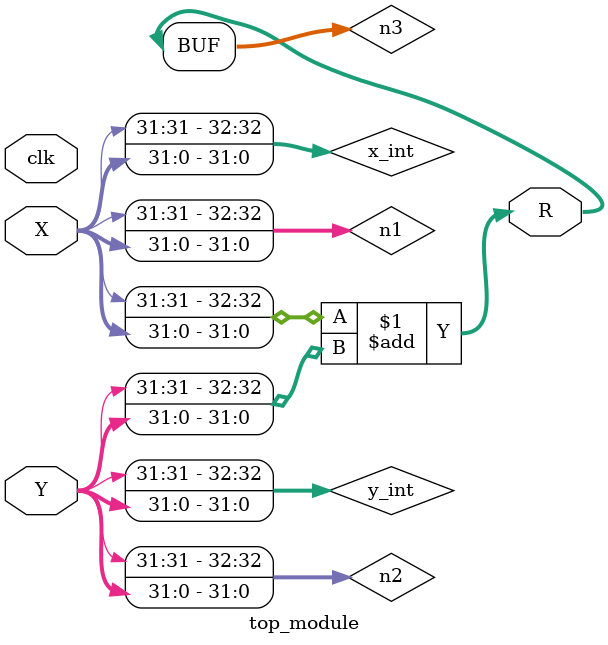
<source format=v>
module top_module
  (input  clk,
   input  [31:0] X,
   input  [31:0] Y,
   output [32:0] R);
  wire [32:0] x_int;
  wire [32:0] y_int;
  wire [32:0] n1;
  wire [32:0] n2;
  wire [32:0] n3;
  assign R = n3; //(module output)
  /* adder32.vhdl:32:8  */
  assign x_int = n1; // (signal)
  /* adder32.vhdl:34:8  */
  assign y_int = n2; // (signal)
  /* adder32.vhdl:37:30  */
  assign n1 = {{1{X[31]}}, X}; // sext
  /* adder32.vhdl:38:30  */
  assign n2 = {{1{Y[31]}}, Y}; // sext
  /* adder32.vhdl:39:51  */
  assign n3 = x_int + y_int;
endmodule


</source>
